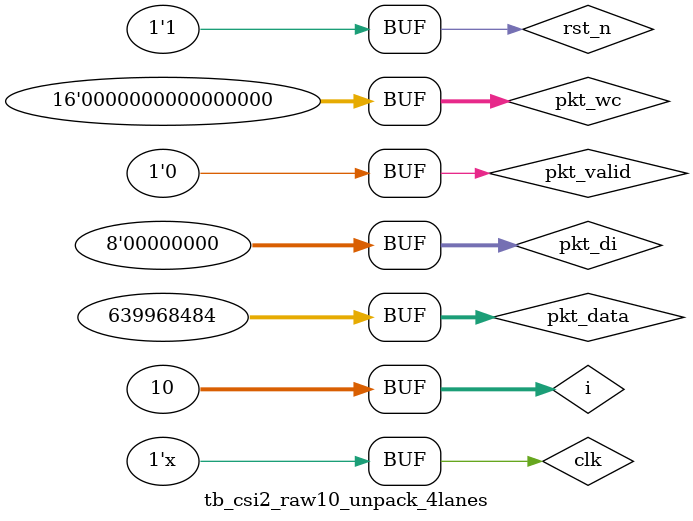
<source format=v>
`timescale 1ns / 1ps

module tb_csi2_rx_to_pixel();
	localparam LANES_NUM = 4;
	localparam DATA_BITS = 10;

	reg clk = 1;
	always #5 clk <= ~clk;

	reg rst_n = 0;

	reg  [LANES_NUM*8-1:0]         phy_byte;
	reg  [LANES_NUM-1:0]           phy_byte_valid;
	wire                           pix_valid;
	wire [7:0]                     pix_di;
	wire [LANES_NUM*DATA_BITS-1:0] pix_data;
	wire                           pix_data_enable;
	
	integer i;
	initial begin
		#10 rst_n <= 1;
		#1;
		//B8_B8_B8_B8
		//CC_00_20_00
		#10 phy_byte_valid <= {LANES_NUM{1'b1}};
		    phy_byte <= 32'hB8_B8_B8_B8;
		#10 phy_byte <= 32'hCC_00_20_00;  //frame start
		#10 phy_byte_valid <= 0;
			phy_byte <= 32'h00_00_00_00;
		#90 ;

		for (i = 0; i < 10; i = i + 1) begin
			#10 phy_byte_valid <= {LANES_NUM{1'b1}};
				phy_byte  <= 32'hB8_B8_B8_B8;
			#10 phy_byte  <= 32'hCC_00_2D_2B;  //RAW10
			#10 phy_byte  <= 32'h03_02_01_00;
			#10 phy_byte  <= 32'h06_05_04_E4;
			#10 phy_byte  <= 32'h09_08_E4_07;
			#10 phy_byte  <= 32'h0C_E4_0B_0A;
			#10 phy_byte  <= 32'hE4_0F_0E_0D;
			#10 phy_byte  <= 32'h13_12_11_10;
			#10 phy_byte  <= 32'h16_15_14_E4;
			#10 phy_byte  <= 32'h19_18_E4_17;
			#10 phy_byte  <= 32'h1C_E4_1B_1A;
			#10 phy_byte  <= 32'hE4_1F_1E_1D;
			#10 phy_byte  <= 32'h23_22_21_20;
			#10 phy_byte  <= 32'h26_25_24_E4;
			#10 phy_byte_valid <= 0;
				phy_byte <= 32'h00_00_00_00;
			#90 ;
		end

		//B8_B8_B8_B8
		//CC_00_20_01
		#10 phy_byte_valid <= {LANES_NUM{1'b1}};
		    phy_byte <= 32'hB8_B8_B8_B8;
		#10 phy_byte <= 32'hCC_00_20_01;  //frame end
		#10 phy_byte_valid <= 0;
			phy_byte <= 32'h00_00_00_00;
		#90 ;

	end

	csi2_rx_to_pixel #(
		.LANES_NUM(LANES_NUM),
		.DATA_BITS(DATA_BITS)
	)
	u_csi2_rx_to_pixel (
		.clk                ( clk             ),            
		.rst_n              ( rst_n           ),          
		.phy_byte           ( phy_byte        ),       
		.phy_byte_valid     ( phy_byte_valid  ), 
		.pix_valid          ( pix_valid       ),      
		.pix_di             ( pix_di          ),         
		.pix_data           ( pix_data        ),       
		.pix_data_enable    ( pix_data_enable )
	);

endmodule

module tb_csi2_lanes_aligner();
	localparam LANES_NUM = 4;
	
	reg clk = 1;
	always #5 clk <= ~clk;

	reg rst_n = 0;
	reg [LANES_NUM*8-1:0] lane_byte = 0;
	reg [LANES_NUM-1:0]   lane_byte_valid = 0;
	wire [LANES_NUM*8-1:0] lane_byte_aligned;
	wire                   lane_byte_aligned_valid;
	
	initial begin
		//2B 60 09 CC
		#10 rst_n <= 1;
		#11 lane_byte <= 32'h00_00_00_B8;
		    lane_byte_valid <= 4'b0_0_0_1;
		#10 lane_byte <= 32'hB8_B8_00_2B;
		    lane_byte_valid <= 4'b1_1_0_1;
		#10 lane_byte <= 32'hCC_09_B8_11;
		    lane_byte_valid <= 4'b1_1_1_1;
		#10 lane_byte <= 32'h41_31_60_12;
		    lane_byte_valid <= 4'b1_1_1_1;
		#10 lane_byte <= 32'h42_32_21_13;
		    lane_byte_valid <= 4'b1_1_1_1;
		#10 lane_byte <= 32'h00_00_00_00;
		    lane_byte_valid <= 4'b0_0_0_0;
		#90 ;
	end

	_csi2_lanes_aligner #(
		.LANES_NUM(LANES_NUM)
	)
	u_csi2_lanes_aligner (
		.clk                        ( clk                     ),
		.rst_n                      ( rst_n                   ),
		.lane_byte                  ( lane_byte               ),
		.lane_byte_valid            ( lane_byte_valid         ),
		.lane_byte_aligned          ( lane_byte_aligned       ),
		.lane_byte_aligned_valid    ( lane_byte_aligned_valid )
	);

endmodule



module tb_csi2_packet_decoder();
	localparam LANES_NUM = 4;

	reg clk = 1;
	always #5 clk <= ~clk;

	reg rst_n = 0;

	reg  [LANES_NUM*8-1:0] lane_byte_aligned = 0;
	reg                    lane_byte_aligned_valid = 0;
	wire                   pkt_valid;
	wire [7:0]             pkt_di;
	wire [15:0]            pkt_wc;
	wire [LANES_NUM*8-1:0] pkt_data;
	
	initial begin
		#10 rst_n <= 1;
		//B8_B8_B8_B8
		//CC_00_20_00
		#11 lane_byte_aligned_valid <= 1;
		    lane_byte_aligned <= 32'hB8_B8_B8_B8;
		#10 lane_byte_aligned <= 32'hCC_00_20_00;  //frame start
		#10 lane_byte_aligned_valid <= 0;
		    lane_byte_aligned <= 32'h00_00_00_00;
		#90 ;

		//B8_B8_B8_B8
		//CC_00_22_2B
		//03_02_01_00
		//07_06_05_04
		//0B_0A_09_08
		//0F_0E_0D_0C
		//13_12_11_10
		//17_16_15_14
		//1B_1A_19_18
		//1F_1E_1D_1C
		#10 lane_byte_aligned_valid <= 1;
		    lane_byte_aligned <= 32'hB8_B8_B8_B8;
		#10 lane_byte_aligned <= 32'hCC_00_22_2B;  //RAW10
		#10 lane_byte_aligned <= 32'h03_02_01_00;
		#10 lane_byte_aligned <= 32'h07_06_05_04;
		#10 lane_byte_aligned <= 32'h0B_0A_09_08;
		#10 lane_byte_aligned <= 32'h0F_0E_0D_0C;
		#10 lane_byte_aligned <= 32'h13_12_11_10;
		#10 lane_byte_aligned <= 32'h17_16_15_14;
		#10 lane_byte_aligned <= 32'h1B_1A_19_18;
		#10 lane_byte_aligned <= 32'h1F_1E_1D_1C;
		#10 lane_byte_aligned <= 32'h23_22_21_20;
		#10 lane_byte_aligned_valid <= 0;
		    lane_byte_aligned <= 32'h00_00_00_00;
		#90 ;

		//B8_B8_B8_B8
		//CC_00_20_01
		#10 lane_byte_aligned_valid <= 1;
		    lane_byte_aligned <= 32'hB8_B8_B8_B8;
		#10 lane_byte_aligned <= 32'hCC_00_20_01;  //frame end
		#10 lane_byte_aligned_valid <= 0;
		    lane_byte_aligned <= 32'h00_00_00_00;
		#90 ;

	end


	_csi2_packet_decoder # (
		.LANES_NUM(LANES_NUM)
	)
	u_csi2_packet_decoder (
		.clk                        ( clk                     ),
		.rst_n                      ( rst_n                   ),
		.lane_byte_aligned          ( lane_byte_aligned       ),
		.lane_byte_aligned_valid    ( lane_byte_aligned_valid ),
		.pkt_valid                  ( pkt_valid               ),
		.pkt_di                     ( pkt_di                  ),
		.pkt_wc                     ( pkt_wc                  ),
		.pkt_data                   ( pkt_data                )
	);

endmodule


module tb_csi2_packet_decoder_2lanes();
	localparam LANES_NUM = 2;

	reg clk = 1;
	always #5 clk <= ~clk;

	reg rst_n = 0;

	reg  [LANES_NUM*8-1:0] lane_byte_aligned = 0;
	reg                    lane_byte_aligned_valid = 0;
	wire                   pkt_valid;
	wire [7:0]             pkt_di;
	wire [15:0]            pkt_wc;
	wire [LANES_NUM*8-1:0] pkt_data;
	
	initial begin
		#10 rst_n <= 1;
		//B8_B8_B8_B8
		//CC_00_20_00
		#11 lane_byte_aligned_valid <= 1;
		    lane_byte_aligned <= 16'hB8_B8;
		#10 lane_byte_aligned <= 16'h20_00;  //frame start
		#10 lane_byte_aligned <= 16'hCC_00; 
		#10 lane_byte_aligned_valid <= 0;
		    lane_byte_aligned <= 16'h00_00;
		#90 ;

		//B8_B8_B8_B8
		//CC_00_22_2B
		//03_02_01_00
		//07_06_05_04
		//0B_0A_09_08
		//0F_0E_0D_0C
		//13_12_11_10
		//17_16_15_14
		//1B_1A_19_18
		//1F_1E_1D_1C
		#10 lane_byte_aligned_valid <= 1;
		    lane_byte_aligned <= 32'hB8_B8;
		#10 lane_byte_aligned <= 32'h22_2B;  //RAW10
		#10 lane_byte_aligned <= 32'hCC_00;
		#10 lane_byte_aligned <= 32'h01_00;
		#10 lane_byte_aligned <= 32'h03_02;
		#10 lane_byte_aligned <= 32'h05_04;
		#10 lane_byte_aligned <= 32'h07_06;
		#10 lane_byte_aligned <= 32'h09_08;
		#10 lane_byte_aligned <= 32'h0B_0A;
		#10 lane_byte_aligned <= 32'h0D_0C;
		#10 lane_byte_aligned <= 32'h0F_0E;
		#10 lane_byte_aligned <= 32'h11_10;
		#10 lane_byte_aligned <= 32'h13_12;
		#10 lane_byte_aligned <= 32'h15_14;
		#10 lane_byte_aligned <= 32'h17_16;
		#10 lane_byte_aligned <= 32'h19_18;
		#10 lane_byte_aligned <= 32'h1B_1A;
		#10 lane_byte_aligned <= 32'h1D_1C;
		#10 lane_byte_aligned <= 32'h1F_1E;
		#10 lane_byte_aligned <= 32'h21_20;
		#10 lane_byte_aligned <= 32'h23_22;
		#10 lane_byte_aligned_valid <= 0;
		    lane_byte_aligned <= 16'h00_00;
		#90 ;

		//B8_B8_B8_B8
		//CC_00_20_01
		#10 lane_byte_aligned_valid <= 1;
		    lane_byte_aligned <= 32'hB8_B8;
		#10 lane_byte_aligned <= 32'h20_01;  //frame end
		#10 lane_byte_aligned <= 32'hCC_00;
		#10 lane_byte_aligned_valid <= 0;
		    lane_byte_aligned <= 16'h00_00;
		#90 ;

	end


	_csi2_packet_decoder # (
		.LANES_NUM(LANES_NUM)
	)
	u_csi2_packet_decoder (
		.clk                        ( clk                     ),
		.rst_n                      ( rst_n                   ),
		.lane_byte_aligned          ( lane_byte_aligned       ),
		.lane_byte_aligned_valid    ( lane_byte_aligned_valid ),
		.pkt_valid                  ( pkt_valid               ),
		.pkt_di                     ( pkt_di                  ),
		.pkt_wc                     ( pkt_wc                  ),
		.pkt_data                   ( pkt_data                )
	);

endmodule

module tb_csi2_raw10_unpack_1lanes();
	localparam LANES_NUM = 1;

	reg clk = 1;
	always #5 clk <= ~clk;

	reg rst_n = 0;

	reg                     pkt_valid = 0;
	reg  [7:0]              pkt_di = 0;
	reg  [15:0]             pkt_wc = 0;
	reg  [LANES_NUM*8-1:0]  pkt_data = 0;

	wire                    pix_valid;
	wire [7:0]              pix_di;
	wire [LANES_NUM*10-1:0] pix_data;
	wire                    pix_data_enable;
	
	integer i;
	initial begin
		#10 rst_n <= 1;
		#1;
		for (i = 0; i < 10; i = i + 1) begin
			#10 pkt_valid <= 1;
				pkt_di    <= 8'h2B;
				pkt_wc    <= 45;
				pkt_data  <= 8'h00;
			#10 pkt_data  <= 8'h01;
			#10 pkt_data  <= 8'h02;
			#10 pkt_data  <= 8'h03;
			#10 pkt_data  <= 8'hE4;
			#10 pkt_data  <= 8'h04;
			#10 pkt_data  <= 8'h05;
			#10 pkt_data  <= 8'h06;
			#10 pkt_data  <= 8'h07;
			#10 pkt_data  <= 8'hE4;
			#10 pkt_data  <= 8'h08;
			#10 pkt_data  <= 8'h09;
			#10 pkt_data  <= 8'h0A;
			#10 pkt_data  <= 8'h0B;
			#10 pkt_data  <= 8'hE4;
			#10 pkt_data  <= 8'h0C;
			#10 pkt_data  <= 8'h0D;
			#10 pkt_data  <= 8'h0E;
			#10 pkt_data  <= 8'h0F;
			#10 pkt_data  <= 8'hE4;
			#10 pkt_data  <= 8'h10;
			#10 pkt_data  <= 8'h11;
			#10 pkt_data  <= 8'h12;
			#10 pkt_data  <= 8'h13;
			#10 pkt_data  <= 8'hE4;
			#10 pkt_data  <= 8'h14;
			#10 pkt_data  <= 8'h15;
			#10 pkt_data  <= 8'h16;
			#10 pkt_data  <= 8'h17;
			#10 pkt_data  <= 8'hE4;
			#10 pkt_data  <= 8'h18;
			#10 pkt_data  <= 8'h19;
			#10 pkt_data  <= 8'h1A;
			#10 pkt_data  <= 8'h1B;
			#10 pkt_data  <= 8'hE4;
			#10 pkt_data  <= 8'h1C;
			#10 pkt_data  <= 8'h1D;
			#10 pkt_data  <= 8'h1E;
			#10 pkt_data  <= 8'h1F;
			#10 pkt_data  <= 8'hE4;
			#10 pkt_data  <= 8'h20;
			#10 pkt_data  <= 8'h21;
			#10 pkt_data  <= 8'h22;
			#10 pkt_data  <= 8'h23;
			#10 pkt_data  <= 8'hE4;
			#10 pkt_valid <= 0;
				pkt_di    <= 0;
				pkt_wc    <= 0;
			#90 ;
		end
	end


	_csi2_raw10_unpack #(
		.LANES_NUM(LANES_NUM)
	)
	u_csi2_raw10_unpack
	(
		.clk                 ( clk             ),
		.rst_n               ( rst_n           ),
		.pkt_valid           ( pkt_valid       ),
		.pkt_di              ( pkt_di          ),
		.pkt_wc              ( pkt_wc          ),
		.pkt_data            ( pkt_data        ),
		.pix_valid           ( pix_valid       ),
		.pix_di              ( pix_di          ),
		.pix_data            ( pix_data        ),
		.pix_data_enable     ( pix_data_enable )
	);

endmodule

module tb_csi2_raw10_unpack_2lanes();
	localparam LANES_NUM = 2;

	reg clk = 1;
	always #5 clk <= ~clk;

	reg rst_n = 0;

	reg                     pkt_valid = 0;
	reg  [7:0]              pkt_di = 0;
	reg  [15:0]             pkt_wc = 0;
	reg  [LANES_NUM*8-1:0]  pkt_data = 0;

	wire                    pix_valid;
	wire [7:0]              pix_di;
	wire [LANES_NUM*10-1:0] pix_data;
	wire                    pix_data_enable;
	
	integer i;
	initial begin
		#10 rst_n <= 1;
		#1;
		for (i = 0; i < 10; i = i + 1) begin
			#10 pkt_valid <= 1;
				pkt_di    <= 8'h2B;
				pkt_wc    <= 45;
				pkt_data  <= 16'h01_00;
			#10 pkt_data  <= 16'h03_02;
			#10 pkt_data  <= 16'h04_E4;
			#10 pkt_data  <= 16'h06_05;
			#10 pkt_data  <= 16'hE4_07;
			#10 pkt_data  <= 16'h09_08;
			#10 pkt_data  <= 16'h0B_0A;
			#10 pkt_data  <= 16'h0C_E4;
			#10 pkt_data  <= 16'h0E_0D;
			#10 pkt_data  <= 16'hE4_0F;
			#10 pkt_data  <= 16'h11_10;
			#10 pkt_data  <= 16'h13_12;
			#10 pkt_data  <= 16'h14_E4;
			#10 pkt_data  <= 16'h16_15;
			#10 pkt_data  <= 16'hE4_17;
			#10 pkt_data  <= 16'h19_18;
			#10 pkt_data  <= 16'h1B_1A;
			#10 pkt_data  <= 16'h1C_E4;
			#10 pkt_data  <= 16'h1E_1D;
			#10 pkt_data  <= 16'hE4_1F;
			#10 pkt_data  <= 16'h21_20;
			#10 pkt_data  <= 16'h23_22;
			#10 pkt_data  <= 16'h24_E4;
			#10 pkt_valid <= 0;
				pkt_di    <= 0;
				pkt_wc    <= 0;
			#90 ;
		end
	end


	_csi2_raw10_unpack #(
		.LANES_NUM(LANES_NUM)
	)
	u_csi2_raw10_unpack
	(
		.clk                 ( clk             ),
		.rst_n               ( rst_n           ),
		.pkt_valid           ( pkt_valid       ),
		.pkt_di              ( pkt_di          ),
		.pkt_wc              ( pkt_wc          ),
		.pkt_data            ( pkt_data        ),
		.pix_valid           ( pix_valid       ),
		.pix_di              ( pix_di          ),
		.pix_data            ( pix_data        ),
		.pix_data_enable     ( pix_data_enable )
	);

endmodule


module tb_csi2_raw10_unpack_4lanes();
	localparam LANES_NUM = 4;

	reg clk = 1;
	always #5 clk <= ~clk;

	reg rst_n = 0;

	reg                     pkt_valid = 0;
	reg  [7:0]              pkt_di = 0;
	reg  [15:0]             pkt_wc = 0;
	reg  [LANES_NUM*8-1:0]  pkt_data = 0;

	wire                    pix_valid;
	wire [7:0]              pix_di;
	wire [LANES_NUM*10-1:0] pix_data;
	wire                    pix_data_enable;
	
	integer i;
	initial begin
		#10 rst_n <= 1;
		#1;
		for (i = 0; i < 10; i = i + 1) begin
			#10 pkt_valid <= 1;
				pkt_di    <= 8'h2B;
				pkt_wc    <= 45;
				pkt_data  <= 32'h03_02_01_00;
			#10 pkt_data  <= 32'h06_05_04_E4;
			#10 pkt_data  <= 32'h09_08_E4_07;
			#10 pkt_data  <= 32'h0C_E4_0B_0A;
			#10 pkt_data  <= 32'hE4_0F_0E_0D;
			#10 pkt_data  <= 32'h13_12_11_10;
			#10 pkt_data  <= 32'h16_15_14_E4;
			#10 pkt_data  <= 32'h19_18_E4_17;
			#10 pkt_data  <= 32'h1C_E4_1B_1A;
			#10 pkt_data  <= 32'hE4_1F_1E_1D;
			#10 pkt_data  <= 32'h23_22_21_20;
			#10 pkt_data  <= 32'h26_25_24_E4;
			#10 pkt_valid <= 0;
				pkt_di    <= 0;
				pkt_wc    <= 0;
			#90 ;
		end
	end


	_csi2_raw10_unpack #(
		.LANES_NUM(LANES_NUM)
	)
	u_csi2_raw10_unpack
	(
		.clk                 ( clk             ),
		.rst_n               ( rst_n           ),
		.pkt_valid           ( pkt_valid       ),
		.pkt_di              ( pkt_di          ),
		.pkt_wc              ( pkt_wc          ),
		.pkt_data            ( pkt_data        ),
		.pix_valid           ( pix_valid       ),
		.pix_di              ( pix_di          ),
		.pix_data            ( pix_data        ),
		.pix_data_enable     ( pix_data_enable )
	);

endmodule

</source>
